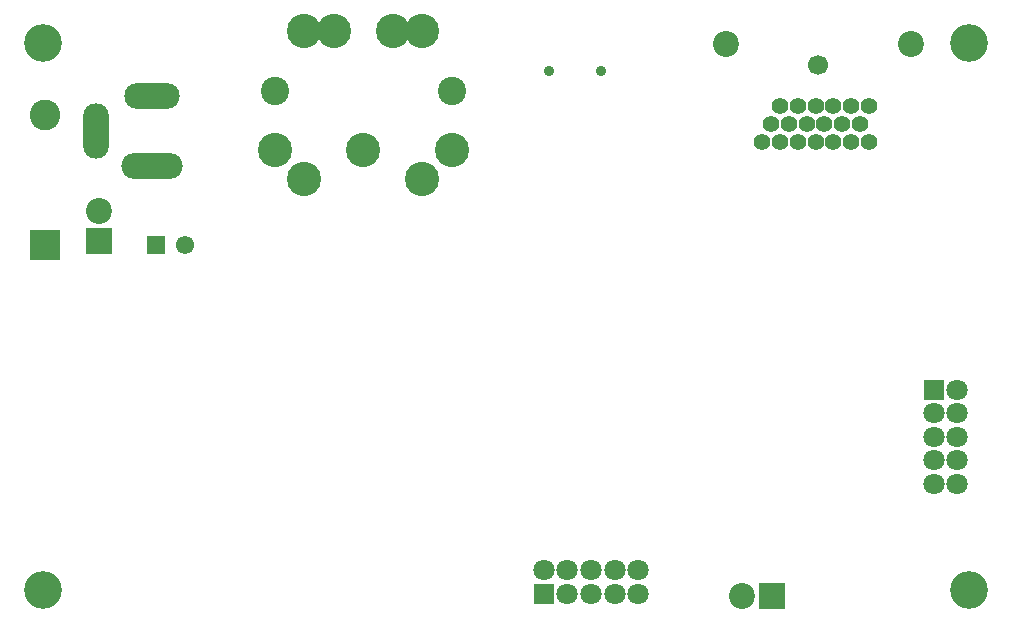
<source format=gbr>
G04 DipTrace 2.4.0.1*
%INmainboard_BottomMask.gbr*%
%MOIN*%
%ADD71C,0.0945*%
%ADD72C,0.0669*%
%ADD73C,0.035*%
%ADD74C,0.126*%
%ADD77C,0.0551*%
%ADD99C,0.0866*%
%ADD101R,0.0866X0.0866*%
%ADD103C,0.0866*%
%ADD104C,0.0709*%
%ADD105R,0.0669X0.0669*%
%ADD107C,0.1142*%
%ADD109O,0.0866X0.185*%
%ADD111O,0.185X0.0866*%
%ADD113O,0.2047X0.0866*%
%ADD131C,0.1024*%
%ADD132R,0.1024X0.1024*%
%ADD142C,0.061*%
%ADD144R,0.061X0.061*%
%FSLAX44Y44*%
G04*
G70*
G90*
G75*
G01*
%LNBotMask*%
%LPD*%
D144*
X9063Y16813D3*
D142*
X10047D3*
D132*
X5375D3*
D131*
Y21164D3*
D113*
X8937Y19437D3*
D111*
Y21799D3*
D109*
X7087Y20618D3*
D107*
X18937Y20000D3*
X17953Y19015D3*
X13031Y20000D3*
X14016Y19015D3*
X15984Y20000D3*
X16969Y23937D3*
X15000D3*
X17953D3*
X14016D3*
D71*
X18937Y21968D3*
X13031D3*
D105*
X35000Y12000D3*
D104*
X35787D3*
X35000Y11212D3*
X35787D3*
Y10425D3*
X35000D3*
Y9637D3*
X35787D3*
X35000Y8850D3*
X35787D3*
D77*
X31062Y21437D3*
Y20256D3*
X30471Y21437D3*
X29881D3*
X30767Y20846D3*
X30176D3*
X29586D3*
X29290Y20256D3*
X29881D3*
X30471D3*
X31653D3*
X32243D3*
X32834D3*
Y21437D3*
X32243D3*
X31653D3*
X31357Y20846D3*
X31948D3*
X32538D3*
D103*
X34251Y23524D3*
X28070D3*
D72*
X31160Y22815D3*
D105*
X22001Y5187D3*
D104*
Y5975D3*
X22789Y5187D3*
Y5975D3*
X23576D3*
Y5187D3*
X24364D3*
Y5975D3*
X25151Y5187D3*
Y5975D3*
D101*
X29627Y5125D3*
D99*
X28627D3*
D73*
X23923Y22632D3*
X22191D3*
D101*
X7187Y16937D3*
D99*
Y17937D3*
D74*
X5312Y23562D3*
Y5312D3*
X36187Y23562D3*
Y5312D3*
M02*

</source>
